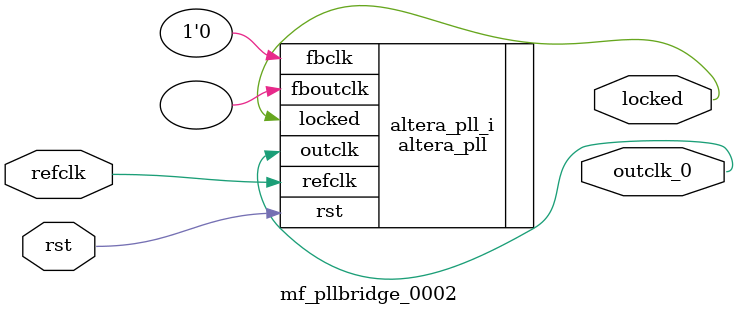
<source format=v>
`timescale 1ns/10ps
module  mf_pllbridge_0002(

	// interface 'refclk'
	input wire refclk,

	// interface 'reset'
	input wire rst,

	// interface 'outclk0'
	output wire outclk_0,

	// interface 'locked'
	output wire locked
);

	altera_pll #(
		.fractional_vco_multiplier("false"),
		.reference_clock_frequency("74.25 MHz"),
		.operation_mode("direct"),
		.number_of_clocks(1),
		.output_clock_frequency0("28.636363 MHz"),
		.phase_shift0("0 ps"),
		.duty_cycle0(50),
		.output_clock_frequency1("0 MHz"),
		.phase_shift1("0 ps"),
		.duty_cycle1(50),
		.output_clock_frequency2("0 MHz"),
		.phase_shift2("0 ps"),
		.duty_cycle2(50),
		.output_clock_frequency3("0 MHz"),
		.phase_shift3("0 ps"),
		.duty_cycle3(50),
		.output_clock_frequency4("0 MHz"),
		.phase_shift4("0 ps"),
		.duty_cycle4(50),
		.output_clock_frequency5("0 MHz"),
		.phase_shift5("0 ps"),
		.duty_cycle5(50),
		.output_clock_frequency6("0 MHz"),
		.phase_shift6("0 ps"),
		.duty_cycle6(50),
		.output_clock_frequency7("0 MHz"),
		.phase_shift7("0 ps"),
		.duty_cycle7(50),
		.output_clock_frequency8("0 MHz"),
		.phase_shift8("0 ps"),
		.duty_cycle8(50),
		.output_clock_frequency9("0 MHz"),
		.phase_shift9("0 ps"),
		.duty_cycle9(50),
		.output_clock_frequency10("0 MHz"),
		.phase_shift10("0 ps"),
		.duty_cycle10(50),
		.output_clock_frequency11("0 MHz"),
		.phase_shift11("0 ps"),
		.duty_cycle11(50),
		.output_clock_frequency12("0 MHz"),
		.phase_shift12("0 ps"),
		.duty_cycle12(50),
		.output_clock_frequency13("0 MHz"),
		.phase_shift13("0 ps"),
		.duty_cycle13(50),
		.output_clock_frequency14("0 MHz"),
		.phase_shift14("0 ps"),
		.duty_cycle14(50),
		.output_clock_frequency15("0 MHz"),
		.phase_shift15("0 ps"),
		.duty_cycle15(50),
		.output_clock_frequency16("0 MHz"),
		.phase_shift16("0 ps"),
		.duty_cycle16(50),
		.output_clock_frequency17("0 MHz"),
		.phase_shift17("0 ps"),
		.duty_cycle17(50),
		.pll_type("General"),
		.pll_subtype("General")
	) altera_pll_i (
		.rst	(rst),
		.outclk	({outclk_0}),
		.locked	(locked),
		.fboutclk	( ),
		.fbclk	(1'b0),
		.refclk	(refclk)
	);
endmodule


</source>
